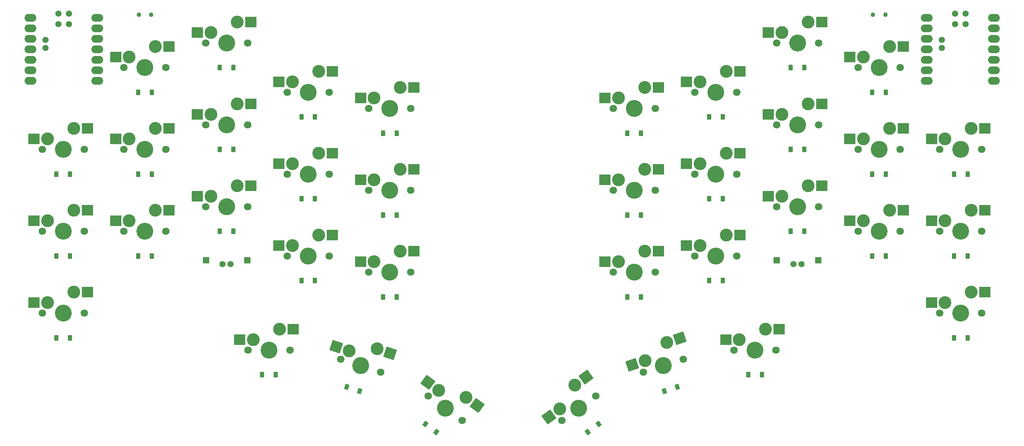
<source format=gbs>
%TF.GenerationSoftware,KiCad,Pcbnew,8.0.1*%
%TF.CreationDate,2024-04-22T06:21:47+12:00*%
%TF.ProjectId,main routed,6d61696e-2072-46f7-9574-65642e6b6963,v1.0.0*%
%TF.SameCoordinates,Original*%
%TF.FileFunction,Soldermask,Bot*%
%TF.FilePolarity,Negative*%
%FSLAX46Y46*%
G04 Gerber Fmt 4.6, Leading zero omitted, Abs format (unit mm)*
G04 Created by KiCad (PCBNEW 8.0.1) date 2024-04-22 06:21:47*
%MOMM*%
%LPD*%
G01*
G04 APERTURE LIST*
G04 Aperture macros list*
%AMRoundRect*
0 Rectangle with rounded corners*
0 $1 Rounding radius*
0 $2 $3 $4 $5 $6 $7 $8 $9 X,Y pos of 4 corners*
0 Add a 4 corners polygon primitive as box body*
4,1,4,$2,$3,$4,$5,$6,$7,$8,$9,$2,$3,0*
0 Add four circle primitives for the rounded corners*
1,1,$1+$1,$2,$3*
1,1,$1+$1,$4,$5*
1,1,$1+$1,$6,$7*
1,1,$1+$1,$8,$9*
0 Add four rect primitives between the rounded corners*
20,1,$1+$1,$2,$3,$4,$5,0*
20,1,$1+$1,$4,$5,$6,$7,0*
20,1,$1+$1,$6,$7,$8,$9,0*
20,1,$1+$1,$8,$9,$2,$3,0*%
G04 Aperture macros list end*
%ADD10C,1.100000*%
%ADD11C,1.801800*%
%ADD12C,3.100000*%
%ADD13C,4.087800*%
%ADD14RoundRect,0.050000X-1.275000X-1.250000X1.275000X-1.250000X1.275000X1.250000X-1.275000X1.250000X0*%
%ADD15RoundRect,0.050000X-0.296765X-1.760697X1.766228X-0.261845X0.296765X1.760697X-1.766228X0.261845X0*%
%ADD16C,1.497000*%
%ADD17RoundRect,0.050000X-0.826326X-1.582817X1.598868X-0.794824X0.826326X1.582817X-1.598868X0.794824X0*%
%ADD18RoundRect,0.050000X-1.598868X-0.794824X0.826326X-1.582817X1.598868X0.794824X-0.826326X1.582817X0*%
%ADD19RoundRect,0.050000X-0.750000X-0.750000X0.750000X-0.750000X0.750000X0.750000X-0.750000X0.750000X0*%
%ADD20O,2.850000X1.900000*%
%ADD21RoundRect,0.050000X-1.766228X-0.261845X0.296765X-1.760697X1.766228X0.261845X-0.296765X1.760697X0*%
%ADD22RoundRect,0.050000X0.450000X0.600000X-0.450000X0.600000X-0.450000X-0.600000X0.450000X-0.600000X0*%
%ADD23RoundRect,0.050000X0.242565X0.709692X-0.613386X0.431576X-0.242565X-0.709692X0.613386X-0.431576X0*%
%ADD24RoundRect,0.050000X0.011386X0.749914X-0.716729X0.220907X-0.011386X-0.749914X0.716729X-0.220907X0*%
%ADD25RoundRect,0.050000X0.613386X0.431576X-0.242565X0.709692X-0.613386X-0.431576X0.242565X-0.709692X0*%
%ADD26RoundRect,0.050000X0.716729X0.220907X-0.011386X0.749914X-0.716729X-0.220907X0.011386X-0.749914X0*%
G04 APERTURE END LIST*
D10*
%TO.C,T1*%
X56992257Y-36620000D03*
X59992257Y-36620000D03*
%TD*%
D11*
%TO.C,S25*%
X211340000Y-83124000D03*
D12*
X212610000Y-80584000D03*
D13*
X216420000Y-83124000D03*
D12*
X218960000Y-78044000D03*
D11*
X221500000Y-83124000D03*
D14*
X209335000Y-80584000D03*
X222262000Y-78044000D03*
%TD*%
D11*
%TO.C,S28*%
X191580000Y-95011200D03*
D12*
X192850000Y-92471200D03*
D13*
X196660000Y-95011200D03*
D12*
X199200000Y-89931200D03*
D11*
X201740000Y-95011200D03*
D14*
X189575000Y-92471200D03*
X202502000Y-89931200D03*
%TD*%
D11*
%TO.C,S14*%
X112692257Y-79161600D03*
D12*
X113962257Y-76621600D03*
D13*
X117772257Y-79161600D03*
D12*
X120312257Y-74081600D03*
D11*
X122852257Y-79161600D03*
D14*
X110687257Y-76621600D03*
X123614257Y-74081600D03*
%TD*%
D10*
%TO.C,T2*%
X234680000Y-36620000D03*
X237680000Y-36620000D03*
%TD*%
D11*
%TO.C,S36*%
X159376323Y-134853675D03*
D12*
X158910800Y-132052285D03*
D13*
X163486129Y-131867726D03*
D12*
X162555083Y-126264945D03*
D11*
X167595935Y-128881777D03*
D15*
X156261269Y-133977281D03*
X165226457Y-124324078D03*
%TD*%
D11*
%TO.C,S4*%
X53412257Y-89067600D03*
D12*
X54682257Y-86527600D03*
D13*
X58492257Y-89067600D03*
D12*
X61032257Y-83987600D03*
D11*
X63572257Y-89067600D03*
D14*
X51407257Y-86527600D03*
X64334257Y-83987600D03*
%TD*%
D16*
%TO.C,BATTPAD4*%
X215420000Y-97030000D03*
X217420000Y-97030000D03*
%TD*%
D11*
%TO.C,S35*%
X179105183Y-123137524D03*
D12*
X179528122Y-120329389D03*
D13*
X183936550Y-121567718D03*
D12*
X184782427Y-115951448D03*
D11*
X188767917Y-119997912D03*
D17*
X176413411Y-121341420D03*
X187922816Y-114931074D03*
%TD*%
D11*
%TO.C,S17*%
X105904340Y-119997912D03*
D12*
X107897085Y-117974680D03*
D13*
X110735707Y-121567718D03*
D12*
X114721197Y-117521254D03*
D11*
X115567074Y-123137524D03*
D18*
X104782375Y-116962649D03*
X117861585Y-118541628D03*
%TD*%
D11*
%TO.C,S30*%
X191580000Y-55387200D03*
D12*
X192850000Y-52847200D03*
D13*
X196660000Y-55387200D03*
D12*
X199200000Y-50307200D03*
D11*
X201740000Y-55387200D03*
D14*
X189575000Y-52847200D03*
X202502000Y-50307200D03*
%TD*%
D11*
%TO.C,S32*%
X171820000Y-79161600D03*
D12*
X173090000Y-76621600D03*
D13*
X176900000Y-79161600D03*
D12*
X179440000Y-74081600D03*
D11*
X181980000Y-79161600D03*
D14*
X169815000Y-76621600D03*
X182742000Y-74081600D03*
%TD*%
D11*
%TO.C,S26*%
X211340000Y-63312000D03*
D12*
X212610000Y-60772000D03*
D13*
X216420000Y-63312000D03*
D12*
X218960000Y-58232000D03*
D11*
X221500000Y-63312000D03*
D14*
X209335000Y-60772000D03*
X222262000Y-58232000D03*
%TD*%
D11*
%TO.C,S15*%
X112692257Y-59349600D03*
D12*
X113962257Y-56809600D03*
D13*
X117772257Y-59349600D03*
D12*
X120312257Y-54269600D03*
D11*
X122852257Y-59349600D03*
D14*
X110687257Y-56809600D03*
X123614257Y-54269600D03*
%TD*%
D11*
%TO.C,S2*%
X33652257Y-89067600D03*
D12*
X34922257Y-86527600D03*
D13*
X38732257Y-89067600D03*
D12*
X41272257Y-83987600D03*
D11*
X43812257Y-89067600D03*
D14*
X31647257Y-86527600D03*
X44574257Y-83987600D03*
%TD*%
D11*
%TO.C,S27*%
X211340000Y-43500000D03*
D12*
X212610000Y-40960000D03*
D13*
X216420000Y-43500000D03*
D12*
X218960000Y-38420000D03*
D11*
X221500000Y-43500000D03*
D14*
X209335000Y-40960000D03*
X222262000Y-38420000D03*
%TD*%
D19*
%TO.C,BATTPAD1*%
X73252257Y-96030000D03*
X83252257Y-96030000D03*
%TD*%
D11*
%TO.C,S11*%
X92932257Y-75199200D03*
D12*
X94202257Y-72659200D03*
D13*
X98012257Y-75199200D03*
D12*
X100552257Y-70119200D03*
D11*
X103092257Y-75199200D03*
D14*
X90927257Y-72659200D03*
X103854257Y-70119200D03*
%TD*%
D20*
%TO.C,xiao-ble2*%
X247735000Y-37348600D03*
X247735000Y-39888600D03*
X247735000Y-42428600D03*
X247735000Y-44968600D03*
X247735000Y-47508600D03*
X247735000Y-50048600D03*
X247735000Y-52588600D03*
X263925000Y-52588600D03*
X263925000Y-50048600D03*
X263925000Y-47508600D03*
X263925000Y-44968600D03*
X263925000Y-42428600D03*
X263925000Y-39888600D03*
X263925000Y-37348600D03*
D16*
X254560000Y-36396600D03*
X257100000Y-36396600D03*
X254560000Y-38936600D03*
X257100000Y-38936600D03*
X251385000Y-44651600D03*
X251385000Y-42746600D03*
%TD*%
D11*
%TO.C,S1*%
X33652257Y-108879600D03*
D12*
X34922257Y-106339600D03*
D13*
X38732257Y-108879600D03*
D12*
X41272257Y-103799600D03*
D11*
X43812257Y-108879600D03*
D14*
X31647257Y-106339600D03*
X44574257Y-103799600D03*
%TD*%
D11*
%TO.C,S21*%
X250860000Y-69255600D03*
D12*
X252130000Y-66715600D03*
D13*
X255940000Y-69255600D03*
D12*
X258480000Y-64175600D03*
D11*
X261020000Y-69255600D03*
D14*
X248855000Y-66715600D03*
X261782000Y-64175600D03*
%TD*%
D11*
%TO.C,S24*%
X231100000Y-49443600D03*
D12*
X232370000Y-46903600D03*
D13*
X236180000Y-49443600D03*
D12*
X238720000Y-44363600D03*
D11*
X241260000Y-49443600D03*
D14*
X229095000Y-46903600D03*
X242022000Y-44363600D03*
%TD*%
D11*
%TO.C,S6*%
X53412257Y-49443600D03*
D12*
X54682257Y-46903600D03*
D13*
X58492257Y-49443600D03*
D12*
X61032257Y-44363600D03*
D11*
X63572257Y-49443600D03*
D14*
X51407257Y-46903600D03*
X64334257Y-44363600D03*
%TD*%
D11*
%TO.C,S29*%
X191580000Y-75199200D03*
D12*
X192850000Y-72659200D03*
D13*
X196660000Y-75199200D03*
D12*
X199200000Y-70119200D03*
D11*
X201740000Y-75199200D03*
D14*
X189575000Y-72659200D03*
X202502000Y-70119200D03*
%TD*%
D11*
%TO.C,S13*%
X112692257Y-98973600D03*
D12*
X113962257Y-96433600D03*
D13*
X117772257Y-98973600D03*
D12*
X120312257Y-93893600D03*
D11*
X122852257Y-98973600D03*
D14*
X110687257Y-96433600D03*
X123614257Y-93893600D03*
%TD*%
D11*
%TO.C,S20*%
X250860000Y-89067600D03*
D12*
X252130000Y-86527600D03*
D13*
X255940000Y-89067600D03*
D12*
X258480000Y-83987600D03*
D11*
X261020000Y-89067600D03*
D14*
X248855000Y-86527600D03*
X261782000Y-83987600D03*
%TD*%
D11*
%TO.C,S8*%
X73172257Y-63312000D03*
D12*
X74442257Y-60772000D03*
D13*
X78252257Y-63312000D03*
D12*
X80792257Y-58232000D03*
D11*
X83332257Y-63312000D03*
D14*
X71167257Y-60772000D03*
X84094257Y-58232000D03*
%TD*%
D11*
%TO.C,S7*%
X73172257Y-83124000D03*
D12*
X74442257Y-80584000D03*
D13*
X78252257Y-83124000D03*
D12*
X80792257Y-78044000D03*
D11*
X83332257Y-83124000D03*
D14*
X71167257Y-80584000D03*
X84094257Y-78044000D03*
%TD*%
D11*
%TO.C,S23*%
X231100000Y-69255600D03*
D12*
X232370000Y-66715600D03*
D13*
X236180000Y-69255600D03*
D12*
X238720000Y-64175600D03*
D11*
X241260000Y-69255600D03*
D14*
X229095000Y-66715600D03*
X242022000Y-64175600D03*
%TD*%
D11*
%TO.C,S33*%
X171820000Y-59349600D03*
D12*
X173090000Y-56809600D03*
D13*
X176900000Y-59349600D03*
D12*
X179440000Y-54269600D03*
D11*
X181980000Y-59349600D03*
D14*
X169815000Y-56809600D03*
X182742000Y-54269600D03*
%TD*%
D11*
%TO.C,S5*%
X53412257Y-69255600D03*
D12*
X54682257Y-66715600D03*
D13*
X58492257Y-69255600D03*
D12*
X61032257Y-64175600D03*
D11*
X63572257Y-69255600D03*
D14*
X51407257Y-66715600D03*
X64334257Y-64175600D03*
%TD*%
D11*
%TO.C,S12*%
X92932257Y-55387200D03*
D12*
X94202257Y-52847200D03*
D13*
X98012257Y-55387200D03*
D12*
X100552257Y-50307200D03*
D11*
X103092257Y-55387200D03*
D14*
X90927257Y-52847200D03*
X103854257Y-50307200D03*
%TD*%
D11*
%TO.C,S34*%
X201080000Y-117823200D03*
D12*
X202350000Y-115283200D03*
D13*
X206160000Y-117823200D03*
D12*
X208700000Y-112743200D03*
D11*
X211240000Y-117823200D03*
D14*
X199075000Y-115283200D03*
X212002000Y-112743200D03*
%TD*%
D11*
%TO.C,S18*%
X127076323Y-128881777D03*
D12*
X129596749Y-127573361D03*
D13*
X131186129Y-131867726D03*
D12*
X136226981Y-129250894D03*
D11*
X135295935Y-134853675D03*
D21*
X126947218Y-125648364D03*
X138898355Y-131191761D03*
%TD*%
D11*
%TO.C,S3*%
X33652257Y-69255600D03*
D12*
X34922257Y-66715600D03*
D13*
X38732257Y-69255600D03*
D12*
X41272257Y-64175600D03*
D11*
X43812257Y-69255600D03*
D14*
X31647257Y-66715600D03*
X44574257Y-64175600D03*
%TD*%
D11*
%TO.C,S31*%
X171820000Y-98973600D03*
D12*
X173090000Y-96433600D03*
D13*
X176900000Y-98973600D03*
D12*
X179440000Y-93893600D03*
D11*
X181980000Y-98973600D03*
D14*
X169815000Y-96433600D03*
X182742000Y-93893600D03*
%TD*%
D11*
%TO.C,S16*%
X83432257Y-117823200D03*
D12*
X84702257Y-115283200D03*
D13*
X88512257Y-117823200D03*
D12*
X91052257Y-112743200D03*
D11*
X93592257Y-117823200D03*
D14*
X81427257Y-115283200D03*
X94354257Y-112743200D03*
%TD*%
D11*
%TO.C,S22*%
X231100000Y-89067600D03*
D12*
X232370000Y-86527600D03*
D13*
X236180000Y-89067600D03*
D12*
X238720000Y-83987600D03*
D11*
X241260000Y-89067600D03*
D14*
X229095000Y-86527600D03*
X242022000Y-83987600D03*
%TD*%
D11*
%TO.C,S19*%
X250860000Y-108879600D03*
D12*
X252130000Y-106339600D03*
D13*
X255940000Y-108879600D03*
D12*
X258480000Y-103799600D03*
D11*
X261020000Y-108879600D03*
D14*
X248855000Y-106339600D03*
X261782000Y-103799600D03*
%TD*%
D20*
%TO.C,xiao-ble1*%
X30747257Y-37348600D03*
X30747257Y-39888600D03*
X30747257Y-42428600D03*
X30747257Y-44968600D03*
X30747257Y-47508600D03*
X30747257Y-50048600D03*
X30747257Y-52588600D03*
X46937257Y-52588600D03*
X46937257Y-50048600D03*
X46937257Y-47508600D03*
X46937257Y-44968600D03*
X46937257Y-42428600D03*
X46937257Y-39888600D03*
X46937257Y-37348600D03*
D16*
X37572257Y-36396600D03*
X40112257Y-36396600D03*
X37572257Y-38936600D03*
X40112257Y-38936600D03*
X34397257Y-44651600D03*
X34397257Y-42746600D03*
%TD*%
D11*
%TO.C,S9*%
X73172257Y-43500000D03*
D12*
X74442257Y-40960000D03*
D13*
X78252257Y-43500000D03*
D12*
X80792257Y-38420000D03*
D11*
X83332257Y-43500000D03*
D14*
X71167257Y-40960000D03*
X84094257Y-38420000D03*
%TD*%
D11*
%TO.C,S10*%
X92932257Y-95011200D03*
D12*
X94202257Y-92471200D03*
D13*
X98012257Y-95011200D03*
D12*
X100552257Y-89931200D03*
D11*
X103092257Y-95011200D03*
D14*
X90927257Y-92471200D03*
X103854257Y-89931200D03*
%TD*%
D16*
%TO.C,BATTPAD2*%
X77252257Y-97030000D03*
X79252257Y-97030000D03*
%TD*%
D19*
%TO.C,BATTPAD3*%
X211420000Y-96030000D03*
X221420000Y-96030000D03*
%TD*%
D22*
%TO.C,D25*%
X218070000Y-89067600D03*
X214770000Y-89067600D03*
%TD*%
D23*
%TO.C,D35*%
X187342467Y-126710539D03*
X184203981Y-127730295D03*
%TD*%
D22*
%TO.C,D12*%
X99662257Y-61330800D03*
X96362257Y-61330800D03*
%TD*%
%TO.C,D23*%
X237830000Y-75199200D03*
X234530000Y-75199200D03*
%TD*%
%TO.C,D26*%
X218070000Y-69255600D03*
X214770000Y-69255600D03*
%TD*%
%TO.C,D21*%
X257590000Y-75199200D03*
X254290000Y-75199200D03*
%TD*%
%TO.C,D13*%
X119422257Y-104917200D03*
X116122257Y-104917200D03*
%TD*%
%TO.C,D7*%
X79902257Y-89067600D03*
X76602257Y-89067600D03*
%TD*%
D24*
%TO.C,D36*%
X168314567Y-135706353D03*
X165644811Y-137646045D03*
%TD*%
D22*
%TO.C,D34*%
X207810000Y-123766800D03*
X204510000Y-123766800D03*
%TD*%
D25*
%TO.C,D17*%
X110468277Y-127730295D03*
X107329791Y-126710539D03*
%TD*%
D22*
%TO.C,D28*%
X198310000Y-100954800D03*
X195010000Y-100954800D03*
%TD*%
%TO.C,D27*%
X218070000Y-49443600D03*
X214770000Y-49443600D03*
%TD*%
%TO.C,D33*%
X178550000Y-65293200D03*
X175250000Y-65293200D03*
%TD*%
%TO.C,D20*%
X257590000Y-95011200D03*
X254290000Y-95011200D03*
%TD*%
%TO.C,D2*%
X40382257Y-95011200D03*
X37082257Y-95011200D03*
%TD*%
%TO.C,D8*%
X79902257Y-69255600D03*
X76602257Y-69255600D03*
%TD*%
%TO.C,D16*%
X90162257Y-123766800D03*
X86862257Y-123766800D03*
%TD*%
%TO.C,D5*%
X60142257Y-75199200D03*
X56842257Y-75199200D03*
%TD*%
%TO.C,D14*%
X119422257Y-85105200D03*
X116122257Y-85105200D03*
%TD*%
%TO.C,D30*%
X198310000Y-61330800D03*
X195010000Y-61330800D03*
%TD*%
D26*
%TO.C,D18*%
X129027446Y-137646045D03*
X126357690Y-135706353D03*
%TD*%
D22*
%TO.C,D9*%
X79902257Y-49443600D03*
X76602257Y-49443600D03*
%TD*%
%TO.C,D6*%
X60142257Y-55387200D03*
X56842257Y-55387200D03*
%TD*%
%TO.C,D19*%
X257590000Y-114823200D03*
X254290000Y-114823200D03*
%TD*%
%TO.C,D15*%
X119422257Y-65293200D03*
X116122257Y-65293200D03*
%TD*%
%TO.C,D11*%
X99662257Y-81142800D03*
X96362257Y-81142800D03*
%TD*%
%TO.C,D10*%
X99662257Y-100954800D03*
X96362257Y-100954800D03*
%TD*%
%TO.C,D22*%
X237830000Y-95011200D03*
X234530000Y-95011200D03*
%TD*%
%TO.C,D29*%
X198310000Y-81142800D03*
X195010000Y-81142800D03*
%TD*%
%TO.C,D4*%
X60142257Y-95011200D03*
X56842257Y-95011200D03*
%TD*%
%TO.C,D24*%
X237830000Y-55387200D03*
X234530000Y-55387200D03*
%TD*%
%TO.C,D31*%
X178550000Y-104917200D03*
X175250000Y-104917200D03*
%TD*%
%TO.C,D1*%
X40382257Y-114823200D03*
X37082257Y-114823200D03*
%TD*%
%TO.C,D32*%
X178550000Y-85105200D03*
X175250000Y-85105200D03*
%TD*%
%TO.C,D3*%
X40382257Y-75199200D03*
X37082257Y-75199200D03*
%TD*%
M02*

</source>
